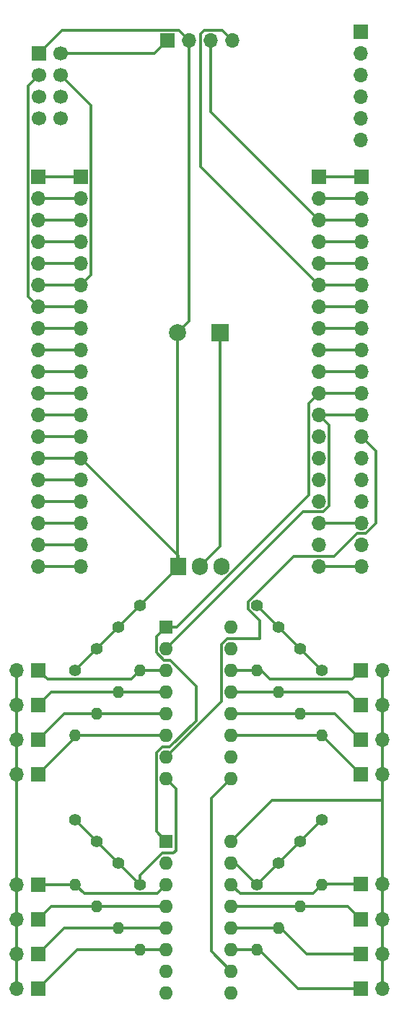
<source format=gbr>
%TF.GenerationSoftware,KiCad,Pcbnew,8.0.3*%
%TF.CreationDate,2024-06-22T22:46:11+02:00*%
%TF.ProjectId,arcade stick,61726361-6465-4207-9374-69636b2e6b69,rev?*%
%TF.SameCoordinates,Original*%
%TF.FileFunction,Copper,L1,Top*%
%TF.FilePolarity,Positive*%
%FSLAX46Y46*%
G04 Gerber Fmt 4.6, Leading zero omitted, Abs format (unit mm)*
G04 Created by KiCad (PCBNEW 8.0.3) date 2024-06-22 22:46:11*
%MOMM*%
%LPD*%
G01*
G04 APERTURE LIST*
%TA.AperFunction,ComponentPad*%
%ADD10C,2.000000*%
%TD*%
%TA.AperFunction,ComponentPad*%
%ADD11R,2.000000X2.000000*%
%TD*%
%TA.AperFunction,ComponentPad*%
%ADD12R,1.700000X1.700000*%
%TD*%
%TA.AperFunction,ComponentPad*%
%ADD13O,1.700000X1.700000*%
%TD*%
%TA.AperFunction,ComponentPad*%
%ADD14R,1.600000X1.600000*%
%TD*%
%TA.AperFunction,ComponentPad*%
%ADD15O,1.600000X1.600000*%
%TD*%
%TA.AperFunction,ComponentPad*%
%ADD16O,1.400000X1.400000*%
%TD*%
%TA.AperFunction,ComponentPad*%
%ADD17C,1.400000*%
%TD*%
%TA.AperFunction,ComponentPad*%
%ADD18C,1.700000*%
%TD*%
%TA.AperFunction,ComponentPad*%
%ADD19O,1.905000X2.000000*%
%TD*%
%TA.AperFunction,ComponentPad*%
%ADD20R,1.905000X2.000000*%
%TD*%
%TA.AperFunction,Conductor*%
%ADD21C,0.300000*%
%TD*%
G04 APERTURE END LIST*
D10*
%TO.P,C1,2*%
%TO.N,Net-(3v3_regulator1-GND)*%
X115651677Y-70866000D03*
D11*
%TO.P,C1,1*%
%TO.N,Net-(3v3_regulator1-VO)*%
X120651677Y-70866000D03*
%TD*%
D12*
%TO.P,Oled_screen1,1,VCC*%
%TO.N,Net-(3v3_regulator1-VO)*%
X114484000Y-36576000D03*
D13*
%TO.P,Oled_screen1,2,GND*%
%TO.N,Net-(3v3_regulator1-GND)*%
X117024000Y-36576000D03*
%TO.P,Oled_screen1,3,SCK*%
%TO.N,Net-(Oled_screen1-SCK)*%
X119564000Y-36576000D03*
%TO.P,Oled_screen1,4,SDA*%
%TO.N,Net-(ESP32-WROOM-32U1-21)*%
X122104000Y-36576000D03*
%TD*%
D14*
%TO.P,U2,1,~{PL}*%
%TO.N,Net-(ESP32-WROOM-32U1-17)*%
X114357000Y-130546000D03*
D15*
%TO.P,U2,2,CP*%
%TO.N,Net-(ESP32-WROOM-32U1-16)*%
X114357000Y-133086000D03*
%TO.P,U2,3,D4*%
%TO.N,Net-(U2-D4)*%
X114357000Y-135626000D03*
%TO.P,U2,4,D5*%
%TO.N,Net-(U2-D5)*%
X114357000Y-138166000D03*
%TO.P,U2,5,D6*%
%TO.N,Net-(U2-D6)*%
X114357000Y-140706000D03*
%TO.P,U2,6,D7*%
%TO.N,Net-(U2-D7)*%
X114357000Y-143246000D03*
%TO.P,U2,7,~{Q7}*%
%TO.N,unconnected-(U2-~{Q7}-Pad7)*%
X114357000Y-145786000D03*
%TO.P,U2,8,GND*%
%TO.N,Net-(3v3_regulator1-GND)*%
X114357000Y-148326000D03*
%TO.P,U2,9,Q7*%
%TO.N,unconnected-(U2-Q7-Pad9)*%
X121977000Y-148326000D03*
%TO.P,U2,10,DS*%
%TO.N,Net-(U1-Q7)*%
X121977000Y-145786000D03*
%TO.P,U2,11,D0*%
%TO.N,Net-(U2-D0)*%
X121977000Y-143246000D03*
%TO.P,U2,12,D1*%
%TO.N,Net-(U2-D1)*%
X121977000Y-140706000D03*
%TO.P,U2,13,D2*%
%TO.N,Net-(U2-D2)*%
X121977000Y-138166000D03*
%TO.P,U2,14,D3*%
%TO.N,Net-(U2-D3)*%
X121977000Y-135626000D03*
%TO.P,U2,15,~{CE}*%
%TO.N,Net-(3v3_regulator1-GND)*%
X121977000Y-133086000D03*
%TO.P,U2,16,VCC*%
%TO.N,Net-(3v3_regulator1-VO)*%
X121977000Y-130546000D03*
%TD*%
D14*
%TO.P,U1,1,~{PL}*%
%TO.N,Net-(ESP32-WROOM-32U1-17)*%
X114347000Y-105410000D03*
D15*
%TO.P,U1,2,CP*%
%TO.N,Net-(ESP32-WROOM-32U1-16)*%
X114347000Y-107950000D03*
%TO.P,U1,3,D4*%
%TO.N,Net-(U1-D4)*%
X114347000Y-110490000D03*
%TO.P,U1,4,D5*%
%TO.N,Net-(U1-D5)*%
X114347000Y-113030000D03*
%TO.P,U1,5,D6*%
%TO.N,Net-(U1-D6)*%
X114347000Y-115570000D03*
%TO.P,U1,6,D7*%
%TO.N,Net-(U1-D7)*%
X114347000Y-118110000D03*
%TO.P,U1,7,~{Q7}*%
%TO.N,Net-(ESP32-WROOM-32U1-4)*%
X114347000Y-120650000D03*
%TO.P,U1,8,GND*%
%TO.N,Net-(3v3_regulator1-GND)*%
X114347000Y-123190000D03*
%TO.P,U1,9,Q7*%
%TO.N,Net-(U1-Q7)*%
X121967000Y-123190000D03*
%TO.P,U1,10,DS*%
%TO.N,unconnected-(U1-DS-Pad10)*%
X121967000Y-120650000D03*
%TO.P,U1,11,D0*%
%TO.N,Net-(U1-D0)*%
X121967000Y-118110000D03*
%TO.P,U1,12,D1*%
%TO.N,Net-(U1-D1)*%
X121967000Y-115570000D03*
%TO.P,U1,13,D2*%
%TO.N,Net-(U1-D2)*%
X121967000Y-113030000D03*
%TO.P,U1,14,D3*%
%TO.N,Net-(U1-D3)*%
X121967000Y-110490000D03*
%TO.P,U1,15,~{CE}*%
%TO.N,Net-(3v3_regulator1-GND)*%
X121967000Y-107950000D03*
%TO.P,U1,16,VCC*%
%TO.N,Net-(3v3_regulator1-VO)*%
X121967000Y-105410000D03*
%TD*%
D12*
%TO.P,SW16,1,1*%
%TO.N,Net-(U2-D7)*%
X99366000Y-147828000D03*
D13*
%TO.P,SW16,2,2*%
%TO.N,Net-(3v3_regulator1-VO)*%
X96826000Y-147828000D03*
%TD*%
D12*
%TO.P,SW15,1,1*%
%TO.N,Net-(U2-D6)*%
X99366000Y-143764000D03*
D13*
%TO.P,SW15,2,2*%
%TO.N,Net-(3v3_regulator1-VO)*%
X96826000Y-143764000D03*
%TD*%
D12*
%TO.P,SW14,1,1*%
%TO.N,Net-(U2-D5)*%
X99366000Y-139700000D03*
D13*
%TO.P,SW14,2,2*%
%TO.N,Net-(3v3_regulator1-VO)*%
X96826000Y-139700000D03*
%TD*%
D12*
%TO.P,SW13,1,1*%
%TO.N,Net-(U2-D4)*%
X99366000Y-135636000D03*
D13*
%TO.P,SW13,2,2*%
%TO.N,Net-(3v3_regulator1-VO)*%
X96826000Y-135636000D03*
%TD*%
%TO.P,SW12,2,2*%
%TO.N,Net-(3v3_regulator1-VO)*%
X139747000Y-135558000D03*
D12*
%TO.P,SW12,1,1*%
%TO.N,Net-(U2-D3)*%
X137207000Y-135558000D03*
%TD*%
D13*
%TO.P,SW11,2,2*%
%TO.N,Net-(3v3_regulator1-VO)*%
X139742000Y-139700000D03*
D12*
%TO.P,SW11,1,1*%
%TO.N,Net-(U2-D2)*%
X137202000Y-139700000D03*
%TD*%
D13*
%TO.P,SW10,2,2*%
%TO.N,Net-(3v3_regulator1-VO)*%
X139742000Y-143764000D03*
D12*
%TO.P,SW10,1,1*%
%TO.N,Net-(U2-D1)*%
X137202000Y-143764000D03*
%TD*%
D13*
%TO.P,SW9,2,2*%
%TO.N,Net-(3v3_regulator1-VO)*%
X139742000Y-147828000D03*
D12*
%TO.P,SW9,1,1*%
%TO.N,Net-(U2-D0)*%
X137202000Y-147828000D03*
%TD*%
D13*
%TO.P,SW8,2,2*%
%TO.N,Net-(3v3_regulator1-VO)*%
X96823500Y-122682000D03*
D12*
%TO.P,SW8,1,1*%
%TO.N,Net-(U1-D7)*%
X99363500Y-122682000D03*
%TD*%
D13*
%TO.P,SW7,2,2*%
%TO.N,Net-(3v3_regulator1-VO)*%
X96823500Y-118618000D03*
D12*
%TO.P,SW7,1,1*%
%TO.N,Net-(U1-D6)*%
X99363500Y-118618000D03*
%TD*%
D13*
%TO.P,SW6,2,2*%
%TO.N,Net-(3v3_regulator1-VO)*%
X96823500Y-114554000D03*
D12*
%TO.P,SW6,1,1*%
%TO.N,Net-(U1-D5)*%
X99363500Y-114554000D03*
%TD*%
%TO.P,SW5,1,1*%
%TO.N,Net-(U1-D4)*%
X99358500Y-110490000D03*
D13*
%TO.P,SW5,2,2*%
%TO.N,Net-(3v3_regulator1-VO)*%
X96818500Y-110490000D03*
%TD*%
D12*
%TO.P,SW4,1,1*%
%TO.N,Net-(U1-D3)*%
X137199500Y-110490000D03*
D13*
%TO.P,SW4,2,2*%
%TO.N,Net-(3v3_regulator1-VO)*%
X139739500Y-110490000D03*
%TD*%
%TO.P,SW3,2,2*%
%TO.N,Net-(3v3_regulator1-VO)*%
X139744500Y-114554000D03*
D12*
%TO.P,SW3,1,1*%
%TO.N,Net-(U1-D2)*%
X137204500Y-114554000D03*
%TD*%
D13*
%TO.P,SW2,2,2*%
%TO.N,Net-(3v3_regulator1-VO)*%
X139744500Y-118618000D03*
D12*
%TO.P,SW2,1,1*%
%TO.N,Net-(U1-D1)*%
X137204500Y-118618000D03*
%TD*%
%TO.P,SW1,1,1*%
%TO.N,Net-(U1-D0)*%
X137204500Y-122682000D03*
D13*
%TO.P,SW1,2,2*%
%TO.N,Net-(3v3_regulator1-VO)*%
X139744500Y-122682000D03*
%TD*%
D16*
%TO.P,R16,2*%
%TO.N,Net-(U2-D7)*%
X111299000Y-143256000D03*
D17*
%TO.P,R16,1*%
%TO.N,Net-(3v3_regulator1-GND)*%
X111299000Y-135636000D03*
%TD*%
D16*
%TO.P,R15,2*%
%TO.N,Net-(U2-D6)*%
X108759000Y-140716000D03*
D17*
%TO.P,R15,1*%
%TO.N,Net-(3v3_regulator1-GND)*%
X108759000Y-133096000D03*
%TD*%
D16*
%TO.P,R14,2*%
%TO.N,Net-(U2-D5)*%
X106219000Y-138176000D03*
D17*
%TO.P,R14,1*%
%TO.N,Net-(3v3_regulator1-GND)*%
X106219000Y-130556000D03*
%TD*%
D16*
%TO.P,R13,2*%
%TO.N,Net-(U2-D4)*%
X103679000Y-135636000D03*
D17*
%TO.P,R13,1*%
%TO.N,Net-(3v3_regulator1-GND)*%
X103679000Y-128016000D03*
%TD*%
%TO.P,R12,1*%
%TO.N,Net-(3v3_regulator1-GND)*%
X132645000Y-128006000D03*
D16*
%TO.P,R12,2*%
%TO.N,Net-(U2-D3)*%
X132645000Y-135626000D03*
%TD*%
D17*
%TO.P,R11,1*%
%TO.N,Net-(3v3_regulator1-GND)*%
X130105000Y-130546000D03*
D16*
%TO.P,R11,2*%
%TO.N,Net-(U2-D2)*%
X130105000Y-138166000D03*
%TD*%
D17*
%TO.P,R10,1*%
%TO.N,Net-(3v3_regulator1-GND)*%
X127565000Y-133086000D03*
D16*
%TO.P,R10,2*%
%TO.N,Net-(U2-D1)*%
X127565000Y-140706000D03*
%TD*%
D17*
%TO.P,R9,1*%
%TO.N,Net-(3v3_regulator1-GND)*%
X125025000Y-135626000D03*
D16*
%TO.P,R9,2*%
%TO.N,Net-(U2-D0)*%
X125025000Y-143246000D03*
%TD*%
D17*
%TO.P,R8,1*%
%TO.N,Net-(3v3_regulator1-GND)*%
X103681500Y-110490000D03*
D16*
%TO.P,R8,2*%
%TO.N,Net-(U1-D7)*%
X103681500Y-118110000D03*
%TD*%
%TO.P,R7,2*%
%TO.N,Net-(U1-D0)*%
X132637500Y-118110000D03*
D17*
%TO.P,R7,1*%
%TO.N,Net-(3v3_regulator1-GND)*%
X132637500Y-110490000D03*
%TD*%
D16*
%TO.P,R6,2*%
%TO.N,Net-(U1-D6)*%
X106221500Y-115570000D03*
D17*
%TO.P,R6,1*%
%TO.N,Net-(3v3_regulator1-GND)*%
X106221500Y-107950000D03*
%TD*%
D16*
%TO.P,R5,2*%
%TO.N,Net-(U1-D5)*%
X108761500Y-113030000D03*
D17*
%TO.P,R5,1*%
%TO.N,Net-(3v3_regulator1-GND)*%
X108761500Y-105410000D03*
%TD*%
%TO.P,R4,1*%
%TO.N,Net-(3v3_regulator1-GND)*%
X111301500Y-102870000D03*
D16*
%TO.P,R4,2*%
%TO.N,Net-(U1-D4)*%
X111301500Y-110490000D03*
%TD*%
%TO.P,R3,2*%
%TO.N,Net-(U1-D3)*%
X125017500Y-110490000D03*
D17*
%TO.P,R3,1*%
%TO.N,Net-(3v3_regulator1-GND)*%
X125017500Y-102870000D03*
%TD*%
%TO.P,R2,1*%
%TO.N,Net-(3v3_regulator1-GND)*%
X127557500Y-105410000D03*
D16*
%TO.P,R2,2*%
%TO.N,Net-(U1-D2)*%
X127557500Y-113030000D03*
%TD*%
D17*
%TO.P,R1,1*%
%TO.N,Net-(3v3_regulator1-GND)*%
X130097500Y-107950000D03*
D16*
%TO.P,R1,2*%
%TO.N,Net-(U1-D1)*%
X130097500Y-115570000D03*
%TD*%
D12*
%TO.P,NRF1,*%
%TO.N,*%
X137146000Y-35530000D03*
D13*
X137146000Y-38070000D03*
X137146000Y-40610000D03*
X137146000Y-43150000D03*
X137146000Y-45690000D03*
X137146000Y-48230000D03*
D12*
%TO.P,NRF1,1,GND*%
%TO.N,Net-(3v3_regulator1-GND)*%
X99408000Y-38070000D03*
D18*
%TO.P,NRF1,2,VCC*%
%TO.N,Net-(3v3_regulator1-VO)*%
X101948000Y-38070000D03*
%TO.P,NRF1,3,CE*%
%TO.N,Net-(ESP32-WROOM-32U1-32)*%
X99408000Y-40610000D03*
%TO.P,NRF1,4,~{CSN}*%
%TO.N,Net-(ESP32-WROOM-32U1-35)*%
X101948000Y-40610000D03*
%TO.P,NRF1,5,SCK*%
%TO.N,Net-(ESP32-WROOM-32U1-14)*%
X99408000Y-43150000D03*
%TO.P,NRF1,6,MOSI*%
%TO.N,Net-(ESP32-WROOM-32U1-13)*%
X101948000Y-43150000D03*
%TO.P,NRF1,7,MISO*%
%TO.N,Net-(ESP32-WROOM-32U1-12)*%
X99408000Y-45690000D03*
%TO.P,NRF1,8,IRQ*%
%TO.N,unconnected-(NRF1-IRQ-Pad8)*%
X101948000Y-45690000D03*
%TD*%
D12*
%TO.P,ESP32-WROOM-32U1,1,3.3v*%
%TO.N,unconnected-(ESP32-WROOM-32U1-3.3v-Pad1)*%
X99314000Y-52578000D03*
X104314000Y-52578000D03*
D13*
%TO.P,ESP32-WROOM-32U1,2,EN*%
%TO.N,unconnected-(ESP32-WROOM-32U1-EN-Pad2)*%
X99314000Y-55118000D03*
X104314000Y-55118000D03*
%TO.P,ESP32-WROOM-32U1,3,VP*%
%TO.N,unconnected-(ESP32-WROOM-32U1-VP-Pad3)*%
X99314000Y-57658000D03*
X104314000Y-57658000D03*
%TO.P,ESP32-WROOM-32U1,4,VN*%
%TO.N,unconnected-(ESP32-WROOM-32U1-VN-Pad4)*%
X99314000Y-60198000D03*
X104314000Y-60198000D03*
%TO.P,ESP32-WROOM-32U1,5,34*%
%TO.N,unconnected-(ESP32-WROOM-32U1-34-Pad5)*%
X99314000Y-62738000D03*
X104314000Y-62738000D03*
%TO.P,ESP32-WROOM-32U1,6,35*%
%TO.N,Net-(ESP32-WROOM-32U1-35)*%
X99314000Y-65278000D03*
X104314000Y-65278000D03*
%TO.P,ESP32-WROOM-32U1,7,32*%
%TO.N,Net-(ESP32-WROOM-32U1-32)*%
X99314000Y-67818000D03*
X104314000Y-67818000D03*
%TO.P,ESP32-WROOM-32U1,8,33*%
%TO.N,unconnected-(ESP32-WROOM-32U1-33-Pad8)*%
X99314000Y-70358000D03*
X104314000Y-70358000D03*
%TO.P,ESP32-WROOM-32U1,9,25*%
%TO.N,unconnected-(ESP32-WROOM-32U1-25-Pad9)*%
X99314000Y-72898000D03*
X104314000Y-72898000D03*
%TO.P,ESP32-WROOM-32U1,10,26*%
%TO.N,unconnected-(ESP32-WROOM-32U1-26-Pad10)*%
X99314000Y-75438000D03*
X104314000Y-75438000D03*
%TO.P,ESP32-WROOM-32U1,11,27*%
%TO.N,unconnected-(ESP32-WROOM-32U1-27-Pad11)*%
X99314000Y-77978000D03*
X104314000Y-77978000D03*
%TO.P,ESP32-WROOM-32U1,12,14*%
%TO.N,Net-(ESP32-WROOM-32U1-14)*%
X99314000Y-80518000D03*
X104314000Y-80518000D03*
%TO.P,ESP32-WROOM-32U1,13,12*%
%TO.N,Net-(ESP32-WROOM-32U1-12)*%
X99314000Y-83058000D03*
X104314000Y-83058000D03*
%TO.P,ESP32-WROOM-32U1,14,GND*%
%TO.N,Net-(3v3_regulator1-GND)*%
X99314000Y-85598000D03*
X104314000Y-85598000D03*
%TO.P,ESP32-WROOM-32U1,15,13*%
%TO.N,Net-(ESP32-WROOM-32U1-13)*%
X99314000Y-88138000D03*
X104314000Y-88138000D03*
%TO.P,ESP32-WROOM-32U1,16,D2*%
%TO.N,unconnected-(ESP32-WROOM-32U1-D2-Pad16)*%
X99314000Y-90678000D03*
X104314000Y-90678000D03*
%TO.P,ESP32-WROOM-32U1,17,D3*%
%TO.N,unconnected-(ESP32-WROOM-32U1-D3-Pad17)*%
X99314000Y-93218000D03*
X104314000Y-93218000D03*
%TO.P,ESP32-WROOM-32U1,18,CMD*%
%TO.N,unconnected-(ESP32-WROOM-32U1-CMD-Pad18)*%
X99314000Y-95758000D03*
X104314000Y-95758000D03*
%TO.P,ESP32-WROOM-32U1,19,5V*%
%TO.N,Net-(3v3_regulator1-VI)*%
X99314000Y-98298000D03*
X104314000Y-98298000D03*
D12*
%TO.P,ESP32-WROOM-32U1,20,GND*%
%TO.N,unconnected-(ESP32-WROOM-32U1-GND-Pad20)*%
X132254000Y-52578000D03*
X137254000Y-52578000D03*
D13*
%TO.P,ESP32-WROOM-32U1,21,23*%
%TO.N,unconnected-(ESP32-WROOM-32U1-23-Pad21)*%
X132254000Y-55118000D03*
X137254000Y-55118000D03*
%TO.P,ESP32-WROOM-32U1,22,22*%
%TO.N,Net-(Oled_screen1-SCK)*%
X132254000Y-57658000D03*
X137254000Y-57658000D03*
%TO.P,ESP32-WROOM-32U1,23,TX*%
%TO.N,unconnected-(ESP32-WROOM-32U1-TX-Pad23)*%
X132254000Y-60198000D03*
X137254000Y-60198000D03*
%TO.P,ESP32-WROOM-32U1,24,RX*%
%TO.N,unconnected-(ESP32-WROOM-32U1-RX-Pad24)*%
X132254000Y-62738000D03*
X137254000Y-62738000D03*
%TO.P,ESP32-WROOM-32U1,25,21*%
%TO.N,Net-(ESP32-WROOM-32U1-21)*%
X132254000Y-65278000D03*
X137254000Y-65278000D03*
%TO.P,ESP32-WROOM-32U1,26,GND*%
%TO.N,unconnected-(ESP32-WROOM-32U1-GND-Pad26)*%
X132254000Y-67818000D03*
X137254000Y-67818000D03*
%TO.P,ESP32-WROOM-32U1,27,19*%
%TO.N,unconnected-(ESP32-WROOM-32U1-19-Pad27)*%
X132254000Y-70358000D03*
X137254000Y-70358000D03*
%TO.P,ESP32-WROOM-32U1,28,18*%
%TO.N,unconnected-(ESP32-WROOM-32U1-18-Pad28)*%
X132254000Y-72898000D03*
X137254000Y-72898000D03*
%TO.P,ESP32-WROOM-32U1,29,5*%
%TO.N,unconnected-(ESP32-WROOM-32U1-5-Pad29)*%
X132254000Y-75438000D03*
X137254000Y-75438000D03*
%TO.P,ESP32-WROOM-32U1,30,17*%
%TO.N,Net-(ESP32-WROOM-32U1-17)*%
X132254000Y-77978000D03*
X137254000Y-77978000D03*
%TO.P,ESP32-WROOM-32U1,31,16*%
%TO.N,Net-(ESP32-WROOM-32U1-16)*%
X132254000Y-80518000D03*
X137254000Y-80518000D03*
%TO.P,ESP32-WROOM-32U1,32,4*%
%TO.N,Net-(ESP32-WROOM-32U1-4)*%
X132254000Y-83058000D03*
X137254000Y-83058000D03*
%TO.P,ESP32-WROOM-32U1,33,0*%
%TO.N,unconnected-(ESP32-WROOM-32U1-0-Pad33)*%
X132254000Y-85598000D03*
X137254000Y-85598000D03*
%TO.P,ESP32-WROOM-32U1,34,2*%
%TO.N,unconnected-(ESP32-WROOM-32U1-2-Pad34)*%
X132254000Y-88138000D03*
X137254000Y-88138000D03*
%TO.P,ESP32-WROOM-32U1,35,15*%
%TO.N,unconnected-(ESP32-WROOM-32U1-15-Pad35)*%
X132254000Y-90678000D03*
X137254000Y-90678000D03*
%TO.P,ESP32-WROOM-32U1,36,D1*%
%TO.N,unconnected-(ESP32-WROOM-32U1-D1-Pad36)*%
X132254000Y-93218000D03*
X137254000Y-93218000D03*
%TO.P,ESP32-WROOM-32U1,37,D0*%
%TO.N,unconnected-(ESP32-WROOM-32U1-D0-Pad37)*%
X132254000Y-95758000D03*
X137254000Y-95758000D03*
%TO.P,ESP32-WROOM-32U1,38,CLK*%
%TO.N,unconnected-(ESP32-WROOM-32U1-CLK-Pad38)*%
X132254000Y-98298000D03*
X137254000Y-98298000D03*
%TD*%
D19*
%TO.P,3v3_regulator1,3,VI*%
%TO.N,Net-(3v3_regulator1-VI)*%
X120824000Y-98298000D03*
%TO.P,3v3_regulator1,2,VO*%
%TO.N,Net-(3v3_regulator1-VO)*%
X118284000Y-98298000D03*
D20*
%TO.P,3v3_regulator1,1,GND*%
%TO.N,Net-(3v3_regulator1-GND)*%
X115744000Y-98298000D03*
%TD*%
D21*
%TO.N,Net-(3v3_regulator1-GND)*%
X115507000Y-131635000D02*
X115206000Y-131936000D01*
X113880654Y-131936000D02*
X111299000Y-134517654D01*
X115507000Y-124350000D02*
X115507000Y-131635000D01*
X111299000Y-134517654D02*
X111299000Y-135636000D01*
X114347000Y-123190000D02*
X115507000Y-124350000D01*
X115206000Y-131936000D02*
X113880654Y-131936000D01*
%TO.N,Net-(U2-D7)*%
X111309000Y-143246000D02*
X111299000Y-143256000D01*
X114357000Y-143246000D02*
X111309000Y-143246000D01*
%TO.N,Net-(U2-D6)*%
X108769000Y-140706000D02*
X108759000Y-140716000D01*
X114357000Y-140706000D02*
X108769000Y-140706000D01*
%TO.N,Net-(U2-D5)*%
X114357000Y-138166000D02*
X106229000Y-138166000D01*
X106229000Y-138166000D02*
X106219000Y-138176000D01*
%TO.N,Net-(U2-D4)*%
X104729000Y-136686000D02*
X103679000Y-135636000D01*
X113297000Y-136686000D02*
X104729000Y-136686000D01*
X114357000Y-135626000D02*
X113297000Y-136686000D01*
%TO.N,Net-(3v3_regulator1-VO)*%
X126793000Y-125730000D02*
X139747000Y-125730000D01*
X121977000Y-130546000D02*
X126793000Y-125730000D01*
X139747000Y-125730000D02*
X139747000Y-122684500D01*
X139747000Y-135558000D02*
X139747000Y-125730000D01*
X139747000Y-122684500D02*
X139744500Y-122682000D01*
X96823500Y-135633500D02*
X96826000Y-135636000D01*
X96823500Y-122682000D02*
X96823500Y-135633500D01*
X96826000Y-147828000D02*
X96826000Y-143764000D01*
X96826000Y-143764000D02*
X96826000Y-139700000D01*
X96826000Y-135636000D02*
X96826000Y-139700000D01*
X139747000Y-139695000D02*
X139742000Y-139700000D01*
X139747000Y-135558000D02*
X139747000Y-139695000D01*
X139742000Y-139700000D02*
X139742000Y-143764000D01*
X139742000Y-147828000D02*
X139742000Y-143764000D01*
%TO.N,Net-(U2-D7)*%
X103938000Y-143256000D02*
X99366000Y-147828000D01*
X111299000Y-143256000D02*
X103938000Y-143256000D01*
%TO.N,Net-(U2-D6)*%
X108759000Y-140716000D02*
X102414000Y-140716000D01*
X102414000Y-140716000D02*
X99366000Y-143764000D01*
%TO.N,Net-(U2-D5)*%
X100890000Y-138176000D02*
X99366000Y-139700000D01*
X106219000Y-138176000D02*
X100890000Y-138176000D01*
%TO.N,Net-(U2-D4)*%
X103679000Y-135636000D02*
X99366000Y-135636000D01*
%TO.N,Net-(3v3_regulator1-GND)*%
X111299000Y-135636000D02*
X108759000Y-133096000D01*
X108759000Y-133096000D02*
X106219000Y-130556000D01*
X103679000Y-128016000D02*
X106219000Y-130556000D01*
%TO.N,Net-(U2-D0)*%
X129794000Y-147828000D02*
X137202000Y-147828000D01*
X125212000Y-143246000D02*
X129794000Y-147828000D01*
X125025000Y-143246000D02*
X125212000Y-143246000D01*
%TO.N,Net-(U2-D1)*%
X130810000Y-143764000D02*
X137202000Y-143764000D01*
X127752000Y-140706000D02*
X130810000Y-143764000D01*
X127565000Y-140706000D02*
X127752000Y-140706000D01*
%TO.N,Net-(U2-D2)*%
X135668000Y-138166000D02*
X137202000Y-139700000D01*
X130105000Y-138166000D02*
X135668000Y-138166000D01*
%TO.N,Net-(U2-D3)*%
X132900000Y-135558000D02*
X137207000Y-135558000D01*
X132832000Y-135626000D02*
X132900000Y-135558000D01*
X132645000Y-135626000D02*
X132832000Y-135626000D01*
%TO.N,Net-(U2-D0)*%
X125025000Y-143246000D02*
X121977000Y-143246000D01*
%TO.N,Net-(U2-D1)*%
X127565000Y-140706000D02*
X121977000Y-140706000D01*
%TO.N,Net-(U2-D2)*%
X130105000Y-138166000D02*
X121977000Y-138166000D01*
%TO.N,Net-(U2-D3)*%
X123027000Y-136676000D02*
X121977000Y-135626000D01*
X132645000Y-135626000D02*
X131595000Y-136676000D01*
X131595000Y-136676000D02*
X123027000Y-136676000D01*
%TO.N,Net-(3v3_regulator1-GND)*%
X122485000Y-133086000D02*
X121977000Y-133086000D01*
X125025000Y-135626000D02*
X122485000Y-133086000D01*
X130105000Y-130546000D02*
X132645000Y-128006000D01*
X127565000Y-133086000D02*
X130105000Y-130546000D01*
X125025000Y-135626000D02*
X127565000Y-133086000D01*
%TO.N,Net-(U1-Q7)*%
X119634000Y-143443000D02*
X121977000Y-145786000D01*
X119634000Y-125523000D02*
X119634000Y-143443000D01*
X121967000Y-123190000D02*
X119634000Y-125523000D01*
%TO.N,Net-(ESP32-WROOM-32U1-17)*%
X113197000Y-129386000D02*
X114357000Y-130546000D01*
X113197000Y-120173654D02*
X113197000Y-129386000D01*
X114789894Y-119500000D02*
X113870654Y-119500000D01*
X117856000Y-116433894D02*
X114789894Y-119500000D01*
X113870654Y-119500000D02*
X113197000Y-120173654D01*
X117856000Y-112372654D02*
X117856000Y-116433894D01*
X114823346Y-109340000D02*
X117856000Y-112372654D01*
X113197000Y-108426346D02*
X114110654Y-109340000D01*
X113197000Y-106560000D02*
X113197000Y-108426346D01*
X114110654Y-109340000D02*
X114823346Y-109340000D01*
X114347000Y-105410000D02*
X113197000Y-106560000D01*
%TO.N,unconnected-(ESP32-WROOM-32U1-GND-Pad20)*%
X137254000Y-52578000D02*
X132254000Y-52578000D01*
%TO.N,unconnected-(ESP32-WROOM-32U1-23-Pad21)*%
X132254000Y-55118000D02*
X137254000Y-55118000D01*
%TO.N,Net-(Oled_screen1-SCK)*%
X137254000Y-57658000D02*
X132254000Y-57658000D01*
%TO.N,unconnected-(ESP32-WROOM-32U1-TX-Pad23)*%
X132254000Y-60198000D02*
X137254000Y-60198000D01*
%TO.N,unconnected-(ESP32-WROOM-32U1-RX-Pad24)*%
X137254000Y-62738000D02*
X132254000Y-62738000D01*
%TO.N,Net-(ESP32-WROOM-32U1-21)*%
X132254000Y-65278000D02*
X137254000Y-65278000D01*
%TO.N,unconnected-(ESP32-WROOM-32U1-GND-Pad26)*%
X137254000Y-67818000D02*
X132254000Y-67818000D01*
%TO.N,unconnected-(ESP32-WROOM-32U1-19-Pad27)*%
X132254000Y-70358000D02*
X137254000Y-70358000D01*
%TO.N,unconnected-(ESP32-WROOM-32U1-18-Pad28)*%
X137254000Y-72898000D02*
X132254000Y-72898000D01*
%TO.N,unconnected-(ESP32-WROOM-32U1-5-Pad29)*%
X132254000Y-75438000D02*
X137254000Y-75438000D01*
%TO.N,unconnected-(ESP32-WROOM-32U1-CLK-Pad38)*%
X132254000Y-98298000D02*
X137254000Y-98298000D01*
%TO.N,unconnected-(ESP32-WROOM-32U1-D1-Pad36)*%
X137254000Y-93218000D02*
X132254000Y-93218000D01*
%TO.N,Net-(ESP32-WROOM-32U1-17)*%
X132254000Y-77978000D02*
X137254000Y-77978000D01*
%TO.N,Net-(ESP32-WROOM-32U1-16)*%
X132254000Y-80518000D02*
X137254000Y-80518000D01*
X133454000Y-91175057D02*
X133454000Y-81718000D01*
X133454000Y-81718000D02*
X132254000Y-80518000D01*
X132751057Y-91878000D02*
X133454000Y-91175057D01*
X130419000Y-91878000D02*
X132751057Y-91878000D01*
%TO.N,Net-(ESP32-WROOM-32U1-4)*%
X138954000Y-84758000D02*
X137254000Y-83058000D01*
X137751057Y-94418000D02*
X138954000Y-93215057D01*
X136756943Y-94418000D02*
X137751057Y-94418000D01*
X138954000Y-93215057D02*
X138954000Y-84758000D01*
X134076943Y-97098000D02*
X136756943Y-94418000D01*
X129304575Y-97098000D02*
X134076943Y-97098000D01*
X123967500Y-103304925D02*
X123967500Y-102435075D01*
X125356000Y-104693425D02*
X123967500Y-103304925D01*
X125356000Y-106800000D02*
X125356000Y-104693425D01*
X121490654Y-106800000D02*
X125356000Y-106800000D01*
X120817000Y-107473654D02*
X121490654Y-106800000D01*
X120817000Y-114180000D02*
X120817000Y-107473654D01*
X123967500Y-102435075D02*
X129304575Y-97098000D01*
X114347000Y-120650000D02*
X120817000Y-114180000D01*
%TO.N,Net-(3v3_regulator1-GND)*%
X115744000Y-98427500D02*
X111301500Y-102870000D01*
X115744000Y-98298000D02*
X115744000Y-98427500D01*
%TO.N,Net-(ESP32-WROOM-32U1-16)*%
X114347000Y-107950000D02*
X130419000Y-91878000D01*
%TO.N,Net-(ESP32-WROOM-32U1-17)*%
X131054000Y-89957513D02*
X131054000Y-79178000D01*
X115601513Y-105410000D02*
X131054000Y-89957513D01*
X114347000Y-105410000D02*
X115601513Y-105410000D01*
X131054000Y-79178000D02*
X132254000Y-77978000D01*
%TO.N,Net-(3v3_regulator1-VO)*%
X96823500Y-122682000D02*
X96823500Y-118618000D01*
X96823500Y-118618000D02*
X96823500Y-114554000D01*
X96818500Y-114549000D02*
X96823500Y-114554000D01*
X96818500Y-110490000D02*
X96818500Y-114549000D01*
%TO.N,Net-(U1-D7)*%
X103681500Y-118110000D02*
X103681500Y-118364000D01*
X103681500Y-118364000D02*
X99363500Y-122682000D01*
%TO.N,Net-(U1-D6)*%
X106221500Y-115570000D02*
X102411500Y-115570000D01*
X102411500Y-115570000D02*
X99363500Y-118618000D01*
%TO.N,Net-(U1-D5)*%
X100887500Y-113030000D02*
X99363500Y-114554000D01*
X108761500Y-113030000D02*
X100887500Y-113030000D01*
%TO.N,Net-(U1-D4)*%
X110251500Y-111540000D02*
X100408500Y-111540000D01*
X100408500Y-111540000D02*
X99358500Y-110490000D01*
X111301500Y-110490000D02*
X110251500Y-111540000D01*
%TO.N,Net-(U1-D0)*%
X137204500Y-122677000D02*
X137204500Y-122682000D01*
X132637500Y-118110000D02*
X137204500Y-122677000D01*
%TO.N,Net-(U1-D1)*%
X134156500Y-115570000D02*
X137204500Y-118618000D01*
X130097500Y-115570000D02*
X134156500Y-115570000D01*
%TO.N,Net-(U1-D2)*%
X135680500Y-113030000D02*
X137204500Y-114554000D01*
X127557500Y-113030000D02*
X135680500Y-113030000D01*
%TO.N,Net-(U1-D3)*%
X136149500Y-111540000D02*
X137199500Y-110490000D01*
X125476000Y-110490000D02*
X126526000Y-111540000D01*
X125017500Y-110490000D02*
X125476000Y-110490000D01*
X126526000Y-111540000D02*
X136149500Y-111540000D01*
%TO.N,Net-(3v3_regulator1-VO)*%
X139744500Y-122682000D02*
X139744500Y-118618000D01*
X139744500Y-118618000D02*
X139744500Y-114554000D01*
X139739500Y-114549000D02*
X139744500Y-114554000D01*
X139739500Y-110490000D02*
X139739500Y-114549000D01*
%TO.N,Net-(U1-D7)*%
X114347000Y-118110000D02*
X103681500Y-118110000D01*
%TO.N,Net-(U1-D6)*%
X114347000Y-115570000D02*
X106221500Y-115570000D01*
%TO.N,Net-(U1-D5)*%
X114347000Y-113030000D02*
X108761500Y-113030000D01*
%TO.N,Net-(U1-D4)*%
X114347000Y-110490000D02*
X111301500Y-110490000D01*
%TO.N,Net-(U1-D0)*%
X132637500Y-118110000D02*
X121967000Y-118110000D01*
%TO.N,Net-(U1-D1)*%
X130097500Y-115570000D02*
X121967000Y-115570000D01*
%TO.N,Net-(U1-D2)*%
X127557500Y-113030000D02*
X121967000Y-113030000D01*
%TO.N,Net-(U1-D3)*%
X125017500Y-110490000D02*
X121967000Y-110490000D01*
%TO.N,Net-(3v3_regulator1-GND)*%
X132637500Y-110490000D02*
X130097500Y-107950000D01*
X130097500Y-107950000D02*
X127557500Y-105410000D01*
X125017500Y-102870000D02*
X127557500Y-105410000D01*
X106221500Y-107950000D02*
X103681500Y-110490000D01*
X108761500Y-105410000D02*
X106221500Y-107950000D01*
X111301500Y-102870000D02*
X108761500Y-105410000D01*
%TO.N,Net-(3v3_regulator1-VO)*%
X120651677Y-95930323D02*
X120651677Y-70866000D01*
X118284000Y-98298000D02*
X120651677Y-95930323D01*
%TO.N,Net-(3v3_regulator1-GND)*%
X115744000Y-97028000D02*
X115744000Y-98298000D01*
X104314000Y-85598000D02*
X115744000Y-97028000D01*
%TO.N,Net-(3v3_regulator1-VI)*%
X104314000Y-98298000D02*
X99314000Y-98298000D01*
%TO.N,unconnected-(ESP32-WROOM-32U1-CMD-Pad18)*%
X99314000Y-95758000D02*
X104314000Y-95758000D01*
%TO.N,unconnected-(ESP32-WROOM-32U1-D3-Pad17)*%
X104314000Y-93218000D02*
X99314000Y-93218000D01*
%TO.N,unconnected-(ESP32-WROOM-32U1-D2-Pad16)*%
X99314000Y-90678000D02*
X104314000Y-90678000D01*
%TO.N,Net-(ESP32-WROOM-32U1-13)*%
X104314000Y-88138000D02*
X99314000Y-88138000D01*
%TO.N,Net-(3v3_regulator1-GND)*%
X99314000Y-85598000D02*
X104314000Y-85598000D01*
%TO.N,Net-(ESP32-WROOM-32U1-12)*%
X104314000Y-83058000D02*
X99314000Y-83058000D01*
%TO.N,Net-(ESP32-WROOM-32U1-14)*%
X99314000Y-80518000D02*
X104314000Y-80518000D01*
%TO.N,unconnected-(ESP32-WROOM-32U1-27-Pad11)*%
X104314000Y-77978000D02*
X99314000Y-77978000D01*
%TO.N,unconnected-(ESP32-WROOM-32U1-26-Pad10)*%
X104314000Y-75438000D02*
X99314000Y-75438000D01*
%TO.N,unconnected-(ESP32-WROOM-32U1-25-Pad9)*%
X99314000Y-72898000D02*
X104314000Y-72898000D01*
%TO.N,unconnected-(ESP32-WROOM-32U1-33-Pad8)*%
X104314000Y-70358000D02*
X99314000Y-70358000D01*
%TO.N,Net-(ESP32-WROOM-32U1-32)*%
X99314000Y-67818000D02*
X104314000Y-67818000D01*
%TO.N,Net-(ESP32-WROOM-32U1-35)*%
X104314000Y-65278000D02*
X99314000Y-65278000D01*
%TO.N,unconnected-(ESP32-WROOM-32U1-34-Pad5)*%
X99314000Y-62738000D02*
X104314000Y-62738000D01*
%TO.N,unconnected-(ESP32-WROOM-32U1-VN-Pad4)*%
X104314000Y-60198000D02*
X99314000Y-60198000D01*
%TO.N,unconnected-(ESP32-WROOM-32U1-VP-Pad3)*%
X99314000Y-57658000D02*
X104314000Y-57658000D01*
%TO.N,unconnected-(ESP32-WROOM-32U1-EN-Pad2)*%
X104314000Y-55118000D02*
X99314000Y-55118000D01*
%TO.N,unconnected-(ESP32-WROOM-32U1-3.3v-Pad1)*%
X99314000Y-52578000D02*
X104314000Y-52578000D01*
%TO.N,Net-(ESP32-WROOM-32U1-32)*%
X98114000Y-41904000D02*
X98114000Y-66618000D01*
X99408000Y-40610000D02*
X98114000Y-41904000D01*
X98114000Y-66618000D02*
X99314000Y-67818000D01*
%TO.N,Net-(ESP32-WROOM-32U1-35)*%
X105514000Y-64078000D02*
X104314000Y-65278000D01*
X101948000Y-40610000D02*
X105514000Y-44176000D01*
X105514000Y-44176000D02*
X105514000Y-64078000D01*
%TO.N,Net-(3v3_regulator1-GND)*%
X115651677Y-70866000D02*
X115651677Y-98205677D01*
X115651677Y-98205677D02*
X115744000Y-98298000D01*
X117024000Y-69493677D02*
X115651677Y-70866000D01*
X117024000Y-36576000D02*
X117024000Y-69493677D01*
%TO.N,Net-(ESP32-WROOM-32U1-21)*%
X118364000Y-51388000D02*
X132254000Y-65278000D01*
X118364000Y-35814001D02*
X118364000Y-51388000D01*
X118802001Y-35376000D02*
X118364000Y-35814001D01*
X120904000Y-35376000D02*
X118802001Y-35376000D01*
X122104000Y-36576000D02*
X120904000Y-35376000D01*
%TO.N,Net-(Oled_screen1-SCK)*%
X119564000Y-44968000D02*
X132254000Y-57658000D01*
X119564000Y-36576000D02*
X119564000Y-44968000D01*
%TO.N,Net-(3v3_regulator1-VO)*%
X101948000Y-38070000D02*
X112990000Y-38070000D01*
X112990000Y-38070000D02*
X114484000Y-36576000D01*
%TO.N,Net-(3v3_regulator1-GND)*%
X115824000Y-35376000D02*
X117024000Y-36576000D01*
X102102000Y-35376000D02*
X115824000Y-35376000D01*
X99408000Y-38070000D02*
X102102000Y-35376000D01*
%TD*%
M02*

</source>
